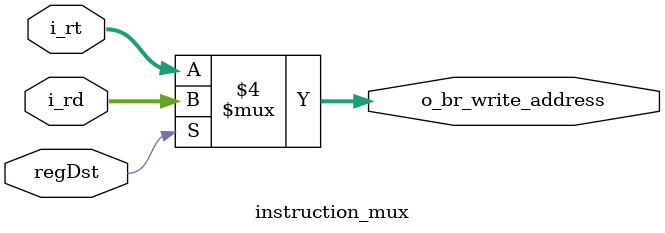
<source format=v>

`timescale 1ns/1ns

module instruction_mux(
    input regDst,
    input [4:0] i_rt,
    input [4:0] i_rd,
    output reg [4:0] o_br_write_address
);

always @* begin
    if(regDst == 1'b1) begin
        o_br_write_address = i_rd;
    end
    else begin
        o_br_write_address = i_rt;
    end
end

endmodule
</source>
